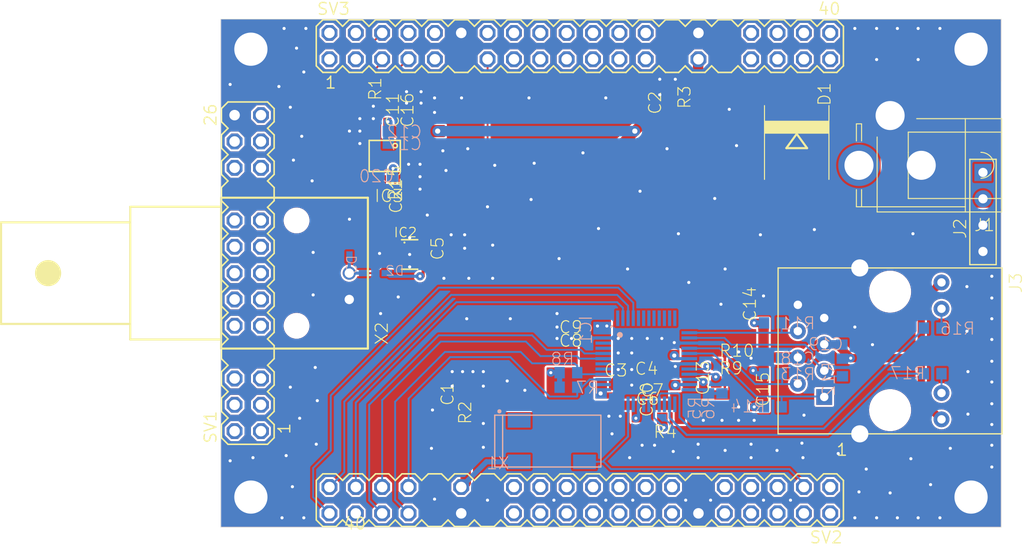
<source format=kicad_pcb>
(kicad_pcb (version 20221018) (generator pcbnew)
  (layers (0 "F.Cu" signal) (31 "B.Cu" signal) (34 "B.Paste" user) (35 "F.Paste" user) (36 "B.SilkS" user "B.Silkscreen") (37 "F.SilkS" user "F.Silkscreen") (38 "B.Mask" user) (39 "F.Mask" user) (44 "Edge.Cuts" user))
  (net 0 "")
  (net 1 "GND")
  (net 2 "OSCIN")
  (net 3 "3V3")
  (net 4 "MDC")
  (net 5 "MDIO")
  (net 6 "RST_N")
  (net 7 "LED_LINK")
  (net 8 "LED_ACT")
  (net 9 "N$4")
  (net 10 "N$6")
  (net 11 "TX_EN")
  (net 12 "TXD_0")
  (net 13 "TXD_1")
  (net 14 "RXD_0")
  (net 15 "RXD_1")
  (net 16 "RX_DV")
  (net 17 "CRS_DV")
  (net 18 "N$3")
  (net 19 "N$5")
  (net 20 "PFB")
  (net 21 "N$9")
  (net 22 "TX+")
  (net 23 "TX-")
  (net 24 "RX+")
  (net 25 "RX-")
  (net 26 "SIG_IN")
  (net 27 "RAW_3V3")
  (net 28 "VCC_SYS")
  (net 29 "3V3_A")
  (net 30 "N$1")
  (net 31 "THR_LVL")
  (net 32 "COM_OUT")
  (net 33 "V_RAW")
  (net 34 "VLOGIC")
  (net 35 "N$8")
  (net 36 "DAC_SDI")
  (net 37 "DAC_NCS")
  (net 38 "DAC_CLK")
  (net 39 "N$13")
  (footprint "de0-nano_RMII:C0603" (layer "F.Cu") (at 130.2011 90.4036 90)
    (fp_text reference "C16")
    (fp_text value "100nF")
  )
  (footprint "de0-nano_RMII:MA20-2_ALT" (layer "F.Cu") (at 145.5011 83.1036)
    (fp_text reference "SV3")
    (fp_text value "")
  )
  (footprint "de0-nano_RMII:C0603" (layer "F.Cu") (at 133.1011 103.2036 90)
    (fp_text reference "C5")
    (fp_text value "100nF")
  )
  (footprint "de0-nano_RMII:AMP_227161" (layer "F.Cu") (at 118.2011 105.0036 90)
    (fp_text reference "X2")
    (fp_text value "1-227161-2")
  )
  (footprint "de0-nano_RMII:C0603" (layer "F.Cu") (at 145.2011 108.9036 180)
    (fp_text reference "C9")
    (fp_text value "100nF")
  )
  (footprint "de0-nano_RMII:RJ45" (layer "F.Cu") (at 175.4011 112.5036)
    (fp_text reference "J3")
    (fp_text value "")
  )
  (footprint "de0-nano_RMII:R0603" (layer "F.Cu") (at 134.5011 120.3036 -90)
    (fp_text reference "R2")
    (fp_text value "BLM")
  )
  (footprint "de0-nano_RMII:C0603" (layer "F.Cu") (at 148.4011 115.7036)
    (fp_text reference "C3")
    (fp_text value "100nF")
  )
  (footprint "de0-nano_RMII:4P-65_35MIL" (layer "F.Cu") (at 184.3511 99.1036)
    (fp_text reference "J2")
    (fp_text value "")
  )
  (footprint "de0-nano_RMII:C0603" (layer "F.Cu") (at 129.1011 98.7036 90)
    (fp_text reference "C21")
    (fp_text value "100nF")
  )
  (footprint "de0-nano_RMII:C0603" (layer "F.Cu") (at 157.4011 117.5036 -90)
    (fp_text reference "C13")
    (fp_text value "100nF")
  )
  (footprint "de0-nano_RMII:C0603" (layer "F.Cu") (at 128.8011 90.4036 90)
    (fp_text reference "C11")
    (fp_text value "100nF")
  )
  (footprint "de0-nano_RMII:C0603" (layer "F.Cu") (at 152.5011 112.9036 180)
    (fp_text reference "C4")
    (fp_text value "100nF")
  )
  (footprint "de0-nano_RMII:TSOT23-6" (layer "F.Cu") (at 129.1011 103.2036 -90)
    (fp_text reference "IC2")
    (fp_text value "")
  )
  (footprint "de0-nano_RMII:C0603" (layer "F.Cu") (at 152.6011 115.8036 180)
    (fp_text reference "C6")
    (fp_text value "100nF")
  )
  (footprint "de0-nano_RMII:MA20-2_ALT" (layer "F.Cu") (at 145.5011 126.9036 180)
    (fp_text reference "SV2")
    (fp_text value "")
  )
  (footprint "de0-nano_RMII:R0603" (layer "F.Cu") (at 127.1011 87.8036 90)
    (fp_text reference "R1")
    (fp_text value "4k7")
  )
  (footprint "de0-nano_RMII:SPC4078" (layer "F.Cu") (at 175.4011 94.6036 180)
    (fp_text reference "J1")
    (fp_text value "")
  )
  (footprint "de0-nano_RMII:C0603" (layer "F.Cu") (at 163.2011 109.1036 90)
    (fp_text reference "C14")
    (fp_text value "100nF")
  )
  (footprint "de0-nano_RMII:R0603" (layer "F.Cu") (at 127.7011 98.7036 -90)
    (fp_text reference "R15")
    (fp_text value "51R")
  )
  (footprint "de0-nano_RMII:C0805" (layer "F.Cu") (at 154.7011 88.5036 90)
    (fp_text reference "C2")
    (fp_text value "10uF")
  )
  (footprint "de0-nano_RMII:MA13-2_ALT" (layer "F.Cu") (at 113.5011 105.0036 90)
    (fp_text reference "SV1")
    (fp_text value "")
  )
  (footprint "de0-nano_RMII:R0603" (layer "F.Cu") (at 159.5011 115.5036)
    (fp_text reference "R9")
    (fp_text value "2k 1%")
  )
  (footprint "de0-nano_RMII:C0603" (layer "F.Cu") (at 163.2011 118.6036 -90)
    (fp_text reference "C15")
    (fp_text value "100nF")
  )
  (footprint "de0-nano_RMII:C0603" (layer "F.Cu") (at 152.0011 119.6036 -90)
    (fp_text reference "C10")
    (fp_text value "100nF")
  )
  (footprint "de0-nano_RMII:R0603" (layer "F.Cu") (at 159.5011 113.8036)
    (fp_text reference "R10")
    (fp_text value "2k 1%")
  )
  (footprint "de0-nano_RMII:SMC" (layer "F.Cu") (at 166.4011 92.4036 -90)
    (fp_text reference "D1")
    (fp_text value "")
  )
  (footprint "de0-nano_RMII:SO10" (layer "F.Cu") (at 126.7011 93.7036 180)
    (fp_text reference "IC3")
    (fp_text value "AD5683")
  )
  (footprint "de0-nano_RMII:C0603" (layer "F.Cu") (at 145.2011 110.2036 180)
    (fp_text reference "C8")
    (fp_text value "100nF")
  )
  (footprint "de0-nano_RMII:C0805" (layer "F.Cu") (at 152.4011 114.3536 180)
    (fp_text reference "C7")
    (fp_text value "10uF")
  )
  (footprint "de0-nano_RMII:C0805" (layer "F.Cu") (at 134.7011 116.6036 90)
    (fp_text reference "C1")
    (fp_text value "10uF")
  )
  (footprint "de0-nano_RMII:R0603" (layer "F.Cu") (at 156.9011 88.6036 90)
    (fp_text reference "R3")
    (fp_text value "BLM")
  )
  (footprint "de0-nano_RMII:R0603" (layer "F.Cu") (at 154.3011 119.0036 180)
    (fp_text reference "R4")
    (fp_text value "4k7")
  )
  (footprint "de0-nano_RMII:R0603" (layer "B.Cu") (at 179.5011 114.7036)
    (fp_text reference "R17")
    (fp_text value "330R")
  )
  (footprint "de0-nano_RMII:C0603" (layer "B.Cu") (at 164.1011 113.2036 180)
    (fp_text reference "C18")
    (fp_text value "100nF")
  )
  (footprint "de0-nano_RMII:R0603" (layer "B.Cu") (at 144.4011 116.0036 180)
    (fp_text reference "R7")
    (fp_text value "2k 1%")
  )
  (footprint "de0-nano_RMII:R0603" (layer "B.Cu") (at 157.9011 117.4536 -90)
    (fp_text reference "R5")
    (fp_text value "12k 1%")
  )
  (footprint "de0-nano_RMII:R0603" (layer "B.Cu") (at 164.1011 109.8036 180)
    (fp_text reference "R11")
    (fp_text value "51R")
  )
  (footprint "de0-nano_RMII:7.5X5-4-PAD" (layer "B.Cu") (at 142.8011 121.2036)
    (fp_text reference "X1")
    (fp_text value "CRYSTALS-GND-LID12SMX-B-4-PAD")
  )
  (footprint "de0-nano_RMII:LQFP48" (layer "B.Cu") (at 151.9011 113.5036 -90)
    (fp_text reference "IC1")
    (fp_text value "DP83848")
  )
  (footprint "de0-nano_RMII:C0603" (layer "B.Cu") (at 126.2011 91.3036 180)
    (fp_text reference "C12")
    (fp_text value "100nF")
  )
  (footprint "de0-nano_RMII:R0603" (layer "B.Cu") (at 179.5011 110.3036 180)
    (fp_text reference "R16")
    (fp_text value "330R")
  )
  (footprint "de0-nano_RMII:SOD323" (layer "B.Cu") (at 125.8011 105.0036 180)
    (fp_text reference "D2")
    (fp_text value "")
  )
  (footprint "de0-nano_RMII:C0603" (layer "B.Cu") (at 126.2011 92.5036 180)
    (fp_text reference "C17")
    (fp_text value "100nF")
  )
  (footprint "de0-nano_RMII:C0603" (layer "B.Cu") (at 128.3011 95.7036)
    (fp_text reference "C20")
    (fp_text value "100nF")
  )
  (footprint "de0-nano_RMII:R0603" (layer "B.Cu") (at 159.2011 117.4536 -90)
    (fp_text reference "R6")
    (fp_text value "8k2 1%")
  )
  (footprint "de0-nano_RMII:R0603" (layer "B.Cu") (at 164.1011 117.9036)
    (fp_text reference "R14")
    (fp_text value "51R")
  )
  (footprint "de0-nano_RMII:SOD323" (layer "B.Cu") (at 123.3011 102.3036 90)
    (fp_text reference "D3")
    (fp_text value "")
  )
  (footprint "de0-nano_RMII:C0603" (layer "B.Cu") (at 171.6011 111.9036)
    (fp_text reference "C19")
    (fp_text value "100nF")
  )
  (footprint "de0-nano_RMII:R0603" (layer "B.Cu") (at 144.4011 114.6036 180)
    (fp_text reference "R8")
    (fp_text value "2k 1%")
  )
  (footprint "de0-nano_RMII:R0603" (layer "B.Cu") (at 164.1011 114.7036 180)
    (fp_text reference "R13")
    (fp_text value "51R")
  )
  (footprint "de0-nano_RMII:R0603" (layer "B.Cu") (at 170.8011 114.1036 -90)
    (fp_text reference "R12")
    (fp_text value "51R")
  )
  (gr_line (start 186.1011 129.5036) (end 186.1011 80.5036) (stroke (width 0.05)) (layer "Edge.Cuts"))
  (gr_line (start 110.9011 129.5036) (end 186.1011 129.5036) (stroke (width 0.05)) (layer "Edge.Cuts"))
  (gr_line (start 186.1011 80.5036) (end 110.9011 80.5036) (stroke (width 0.05)) (layer "Edge.Cuts"))
  (gr_line (start 110.9011 80.5036) (end 110.9011 129.5036) (stroke (width 0.05)) (layer "Edge.Cuts"))
  (via (at 138.5011 115.4036) (size 0.8) (drill 0.3) (layers "F.Cu" "B.Cu") (net 1))
  (via (at 182.9011 118.6036) (size 0.8) (drill 0.3) (layers "F.Cu" "B.Cu") (net 1))
  (via (at 185.2011 117.6036) (size 0.8) (drill 0.3) (layers "F.Cu" "B.Cu") (net 1))
  (via (at 120.0011 114.1036) (size 0.8) (drill 0.3) (layers "F.Cu" "B.Cu") (net 1))
  (via (at 185.2011 123.7036) (size 0.8) (drill 0.3) (layers "F.Cu" "B.Cu") (net 1))
  (via (at 135.2011 114.5036) (size 0.8) (drill 0.3) (layers "F.Cu" "B.Cu") (net 1))
  (via (at 155.7011 126.9036) (size 0.8) (drill 0.3) (layers "F.Cu" "B.Cu") (net 1))
  (via (at 128.0011 107.3036) (size 0.8) (drill 0.3) (layers "F.Cu" "B.Cu") (net 1))
  (via (at 151.5011 121.6036) (size 0.8) (drill 0.3) (layers "F.Cu" "B.Cu") (net 1))
  (via (at 183.2011 83.4036) (size 5) (drill 3.2) (layers "F.Cu" "B.Cu") (net 1))
  (via (at 148.0011 126.9036) (size 0.8) (drill 0.3) (layers "F.Cu" "B.Cu") (net 1))
  (via (at 156.9011 121.5036) (size 0.8) (drill 0.3) (layers "F.Cu" "B.Cu") (net 1))
  (via (at 154.7011 114.0036) (size 0.8) (drill 0.3) (layers "F.Cu" "B.Cu") (net 1))
  (via (at 160.8011 112.6036) (size 0.8) (drill 0.3) (layers "F.Cu" "B.Cu") (net 1))
  (via (at 177.4011 122.9036) (size 0.8) (drill 0.3) (layers "F.Cu" "B.Cu") (net 1))
  (via (at 147.3011 100.7036) (size 0.8) (drill 0.3) (layers "F.Cu" "B.Cu") (net 1))
  (via (at 185.2011 109.4036) (size 0.8) (drill 0.3) (layers "F.Cu" "B.Cu") (net 1))
  (via (at 125.6011 90.1036) (size 0.8) (drill 0.3) (layers "F.Cu" "B.Cu") (net 1))
  (via (at 158.1011 126.9036) (size 0.8) (drill 0.3) (layers "F.Cu" "B.Cu") (net 1))
  (via (at 185.2011 113.5036) (size 0.8) (drill 0.3) (layers "F.Cu" "B.Cu") (net 1))
  (via (at 133.1011 101.3036) (size 0.8) (drill 0.3) (layers "F.Cu" "B.Cu") (net 1))
  (via (at 160.6011 92.7036) (size 0.8) (drill 0.3) (layers "F.Cu" "B.Cu") (net 1))
  (via (at 185.2011 111.4036) (size 0.8) (drill 0.3) (layers "F.Cu" "B.Cu") (net 1))
  (via (at 136.2011 119.5036) (size 0.8) (drill 0.3) (layers "F.Cu" "B.Cu") (net 1))
  (via (at 119.1011 81.4036) (size 0.8) (drill 0.3) (layers "F.Cu" "B.Cu") (net 1))
  (via (at 132.4011 105.5036) (size 0.8) (drill 0.3) (layers "F.Cu" "B.Cu") (net 1))
  (via (at 182.8011 106.3036) (size 0.8) (drill 0.3) (layers "F.Cu" "B.Cu") (net 1))
  (via (at 178.1011 128.6036) (size 0.8) (drill 0.3) (layers "F.Cu" "B.Cu") (net 1))
  (via (at 119.8011 107.1036) (size 0.8) (drill 0.3) (layers "F.Cu" "B.Cu") (net 1))
  (via (at 162.0011 121.5036) (size 0.8) (drill 0.3) (layers "F.Cu" "B.Cu") (net 1))
  (via (at 182.8011 110.6036) (size 0.8) (drill 0.3) (layers "F.Cu" "B.Cu") (net 1))
  (via (at 132.3011 93.2036) (size 0.8) (drill 0.3) (layers "F.Cu" "B.Cu") (net 1))
  (via (at 125.6011 88.9036) (size 0.8) (drill 0.3) (layers "F.Cu" "B.Cu") (net 1))
  (via (at 129.1011 103.2036) (size 0.8) (drill 0.3) (layers "F.Cu" "B.Cu") (net 1))
  (via (at 156.0011 105.9036) (size 0.8) (drill 0.3) (layers "F.Cu" "B.Cu") (net 1))
  (via (at 123.3011 91.3036) (size 0.8) (drill 0.3) (layers "F.Cu" "B.Cu") (net 1))
  (via (at 143.3011 110.2036) (size 0.8) (drill 0.3) (layers "F.Cu" "B.Cu") (net 1))
  (via (at 159.9011 89.2036) (size 0.8) (drill 0.3) (layers "F.Cu" "B.Cu") (net 1))
  (via (at 160.8011 119.2036) (size 0.8) (drill 0.3) (layers "F.Cu" "B.Cu") (net 1))
  (via (at 173.1011 123.9036) (size 0.8) (drill 0.3) (layers "F.Cu" "B.Cu") (net 1))
  (via (at 153.4011 111.3036) (size 0.8) (drill 0.3) (layers "F.Cu" "B.Cu") (net 1))
  (via (at 150.3011 122.8036) (size 0.8) (drill 0.3) (layers "F.Cu" "B.Cu") (net 1))
  (via (at 136.2011 115.9036) (size 0.8) (drill 0.3) (layers "F.Cu" "B.Cu") (net 1))
  (via (at 182.9011 114.5036) (size 0.8) (drill 0.3) (layers "F.Cu" "B.Cu") (net 1))
  (via (at 185.2011 119.6036) (size 0.8) (drill 0.3) (layers "F.Cu" "B.Cu") (net 1))
  (via (at 180.2011 128.6036) (size 0.8) (drill 0.3) (layers "F.Cu" "B.Cu") (net 1))
  (via (at 134.1011 88.1036) (size 0.8) (drill 0.3) (layers "F.Cu" "B.Cu") (net 1))
  (via (at 136.2011 114.5036) (size 0.8) (drill 0.3) (layers "F.Cu" "B.Cu") (net 1))
  (via (at 130.8011 99.4036) (size 0.8) (drill 0.3) (layers "F.Cu" "B.Cu") (net 1))
  (via (at 158.5011 97.8036) (size 0.8) (drill 0.3) (layers "F.Cu" "B.Cu") (net 1))
  (via (at 141.1011 94.4036) (size 0.8) (drill 0.3) (layers "F.Cu" "B.Cu") (net 1))
  (via (at 134.4011 102.6036) (size 0.8) (drill 0.3) (layers "F.Cu" "B.Cu") (net 1))
  (via (at 124.3011 92.5036) (size 0.8) (drill 0.3) (layers "F.Cu" "B.Cu") (net 1))
  (via (at 128.8011 87.5036) (size 0.8) (drill 0.3) (layers "F.Cu" "B.Cu") (net 1))
  (via (at 154.5011 122.2036) (size 0.8) (drill 0.3) (layers "F.Cu" "B.Cu") (net 1))
  (via (at 179.3011 125.4036) (size 0.8) (drill 0.3) (layers "F.Cu" "B.Cu") (net 1))
  (via (at 129.1011 104.4036) (size 0.8) (drill 0.3) (layers "F.Cu" "B.Cu") (net 1))
  (via (at 131.2011 121.9036) (size 0.8) (drill 0.3) (layers "F.Cu" "B.Cu") (net 1))
  (via (at 164.5011 122.1036) (size 0.8) (drill 0.3) (layers "F.Cu" "B.Cu") (net 1))
  (via (at 113.8011 83.4036) (size 5) (drill 3.2) (layers "F.Cu" "B.Cu") (net 1))
  (via (at 134.4011 101.3036) (size 0.8) (drill 0.3) (layers "F.Cu" "B.Cu") (net 1))
  (via (at 131.5011 89.5036) (size 0.8) (drill 0.3) (layers "F.Cu" "B.Cu") (net 1))
  (via (at 116.5011 87.0036) (size 0.8) (drill 0.3) (layers "F.Cu" "B.Cu") (net 1))
  (via (at 130.1011 96.9036) (size 0.8) (drill 0.3) (layers "F.Cu" "B.Cu") (net 1))
  (via (at 118.5011 119.0036) (size 0.8) (drill 0.3) (layers "F.Cu" "B.Cu") (net 1))
  (via (at 150.5011 115.8036) (size 0.8) (drill 0.3) (layers "F.Cu" "B.Cu") (net 1))
  (via (at 129.1011 101.6036) (size 0.8) (drill 0.3) (layers "F.Cu" "B.Cu") (net 1))
  (via (at 172.4011 126.1036) (size 0.8) (drill 0.3) (layers "F.Cu" "B.Cu") (net 1))
  (via (at 119.7011 96.1036) (size 0.8) (drill 0.3) (layers "F.Cu" "B.Cu") (net 1))
  (via (at 149.2011 112.7036) (size 0.8) (drill 0.3) (layers "F.Cu" "B.Cu") (net 1))
  (via (at 132.6011 95.1036) (size 0.8) (drill 0.3) (layers "F.Cu" "B.Cu") (net 1))
  (via (at 185.2011 107.4036) (size 0.8) (drill 0.3) (layers "F.Cu" "B.Cu") (net 1))
  (via (at 126.3011 108.9036) (size 0.8) (drill 0.3) (layers "F.Cu" "B.Cu") (net 1))
  (via (at 167.1011 118.7036) (size 0.8) (drill 0.3) (layers "F.Cu" "B.Cu") (net 1))
  (via (at 128.8011 88.6036) (size 0.8) (drill 0.3) (layers "F.Cu" "B.Cu") (net 1))
  (via (at 131.3011 118.2036) (size 0.8) (drill 0.3) (layers "F.Cu" "B.Cu") (net 1))
  (via (at 172.0011 110.2036) (size 0.8) (drill 0.3) (layers "F.Cu" "B.Cu") (net 1))
  (via (at 150.1011 104.6036) (size 0.8) (drill 0.3) (layers "F.Cu" "B.Cu") (net 1))
  (via (at 156.9011 122.8036) (size 0.8) (drill 0.3) (layers "F.Cu" "B.Cu") (net 1))
  (via (at 162.0011 113.2036) (size 0.8) (drill 0.3) (layers "F.Cu" "B.Cu") (net 1))
  (via (at 153.2011 86.3036) (size 0.8) (drill 0.3) (layers "F.Cu" "B.Cu") (net 1))
  (via (at 133.2011 115.9036) (size 0.8) (drill 0.3) (layers "F.Cu" "B.Cu") (net 1))
  (via (at 162.3011 119.2036) (size 0.8) (drill 0.3) (layers "F.Cu" "B.Cu") (net 1))
  (via (at 152.0011 111.3036) (size 0.8) (drill 0.3) (layers "F.Cu" "B.Cu") (net 1))
  (via (at 134.8011 105.5036) (size 0.8) (drill 0.3) (layers "F.Cu" "B.Cu") (net 1))
  (via (at 155.0011 101.2036) (size 0.8) (drill 0.3) (layers "F.Cu" "B.Cu") (net 1))
  (via (at 172.0011 128.6036) (size 0.8) (drill 0.3) (layers "F.Cu" "B.Cu") (net 1))
  (via (at 173.7011 111.9036) (size 0.8) (drill 0.3) (layers "F.Cu" "B.Cu") (net 1))
  (via (at 167.0011 122.8036) (size 0.8) (drill 0.3) (layers "F.Cu" "B.Cu") (net 1))
  (via (at 172.0011 81.4036) (size 0.8) (drill 0.3) (layers "F.Cu" "B.Cu") (net 1))
  (via (at 123.3011 99.8036) (size 0.8) (drill 0.3) (layers "F.Cu" "B.Cu") (net 1))
  (via (at 131.5011 126.8036) (size 0.8) (drill 0.3) (layers "F.Cu" "B.Cu") (net 1))
  (via (at 117.0011 81.4036) (size 0.8) (drill 0.3) (layers "F.Cu" "B.Cu") (net 1))
  (via (at 163.2011 107.2036) (size 0.8) (drill 0.3) (layers "F.Cu" "B.Cu") (net 1))
  (via (at 145.8011 93.4036) (size 0.8) (drill 0.3) (layers "F.Cu" "B.Cu") (net 1))
  (via (at 134.2011 114.5036) (size 0.8) (drill 0.3) (layers "F.Cu" "B.Cu") (net 1))
  (via (at 130.2011 88.6036) (size 0.8) (drill 0.3) (layers "F.Cu" "B.Cu") (net 1))
  (via (at 185.2011 121.6036) (size 0.8) (drill 0.3) (layers "F.Cu" "B.Cu") (net 1))
  (via (at 140.8011 97.9036) (size 0.8) (drill 0.3) (layers "F.Cu" "B.Cu") (net 1))
  (via (at 143.3011 108.9036) (size 0.8) (drill 0.3) (layers "F.Cu" "B.Cu") (net 1))
  (via (at 118.9011 128.6036) (size 0.8) (drill 0.3) (layers "F.Cu" "B.Cu") (net 1))
  (via (at 134.7011 93.0036) (size 0.8) (drill 0.3) (layers "F.Cu" "B.Cu") (net 1))
  (via (at 133.2011 114.5036) (size 0.8) (drill 0.3) (layers "F.Cu" "B.Cu") (net 1))
  (via (at 185.2011 105.3036) (size 0.8) (drill 0.3) (layers "F.Cu" "B.Cu") (net 1))
  (via (at 113.8011 126.6036) (size 5) (drill 3.2) (layers "F.Cu" "B.Cu") (net 1))
  (via (at 153.2011 87.8036) (size 0.8) (drill 0.3) (layers "F.Cu" "B.Cu") (net 1))
  (via (at 165.8011 126.9036) (size 0.8) (drill 0.3) (layers "F.Cu" "B.Cu") (net 1))
  (via (at 150.5011 112.7036) (size 0.8) (drill 0.3) (layers "F.Cu" "B.Cu") (net 1))
  (via (at 162.9011 101.3036) (size 0.8) (drill 0.3) (layers "F.Cu" "B.Cu") (net 1))
  (via (at 178.1011 84.4036) (size 0.8) (drill 0.3) (layers "F.Cu" "B.Cu") (net 1))
  (via (at 118.2011 83.3036) (size 0.8) (drill 0.3) (layers "F.Cu" "B.Cu") (net 1))
  (via (at 170.4011 122.4036) (size 0.8) (drill 0.3) (layers "F.Cu" "B.Cu") (net 1))
  (via (at 150.5011 111.3036) (size 0.8) (drill 0.3) (layers "F.Cu" "B.Cu") (net 1))
  (via (at 174.1011 128.6036) (size 0.8) (drill 0.3) (layers "F.Cu" "B.Cu") (net 1))
  (via (at 126.2011 103.1036) (size 0.8) (drill 0.3) (layers "F.Cu" "B.Cu") (net 1))
  (via (at 131.5011 88.1036) (size 0.8) (drill 0.3) (layers "F.Cu" "B.Cu") (net 1))
  (via (at 124.3011 91.3036) (size 0.8) (drill 0.3) (layers "F.Cu" "B.Cu") (net 1))
  (via (at 177.6011 101.2036) (size 0.8) (drill 0.3) (layers "F.Cu" "B.Cu") (net 1))
  (via (at 124.3011 90.1036) (size 0.8) (drill 0.3) (layers "F.Cu" "B.Cu") (net 1))
  (via (at 183.2011 126.6036) (size 5) (drill 3.2) (layers "F.Cu" "B.Cu") (net 1))
  (via (at 137.1011 102.3036) (size 0.8) (drill 0.3) (layers "F.Cu" "B.Cu") (net 1))
  (via (at 157.4011 119.2036) (size 0.8) (drill 0.3) (layers "F.Cu" "B.Cu") (net 1))
  (via (at 111.8011 123.1036) (size 0.8) (drill 0.3) (layers "F.Cu" "B.Cu") (net 1))
  (via (at 117.9011 94.1036) (size 0.8) (drill 0.3) (layers "F.Cu" "B.Cu") (net 1))
  (via (at 150.5011 114.3036) (size 0.8) (drill 0.3) (layers "F.Cu" "B.Cu") (net 1))
  (via (at 136.6011 126.9036) (size 0.8) (drill 0.3) (layers "F.Cu" "B.Cu") (net 1))
  (via (at 148.6011 120.5036) (size 0.8) (drill 0.3) (layers "F.Cu" "B.Cu") (net 1))
  (via (at 143.5011 103.6036) (size 0.8) (drill 0.3) (layers "F.Cu" "B.Cu") (net 1))
  (via (at 143.3011 111.3036) (size 0.8) (drill 0.3) (layers "F.Cu" "B.Cu") (net 1))
  (via (at 178.1011 81.4036) (size 0.8) (drill 0.3) (layers "F.Cu" "B.Cu") (net 1))
  (via (at 137.1011 105.5036) (size 0.8) (drill 0.3) (layers "F.Cu" "B.Cu") (net 1))
  (via (at 117.6011 89.0036) (size 0.8) (drill 0.3) (layers "F.Cu" "B.Cu") (net 1))
  (via (at 148.3011 118.8036) (size 0.8) (drill 0.3) (layers "F.Cu" "B.Cu") (net 1))
  (via (at 150.6011 126.9036) (size 0.8) (drill 0.3) (layers "F.Cu" "B.Cu") (net 1))
  (via (at 159.2011 119.2036) (size 0.8) (drill 0.3) (layers "F.Cu" "B.Cu") (net 1))
  (via (at 129.0011 94.5036) (size 0.8) (drill 0.3) (layers "F.Cu" "B.Cu") (net 1))
  (via (at 117.6011 116.0036) (size 0.8) (drill 0.3) (layers "F.Cu" "B.Cu") (net 1))
  (via (at 120.2011 117.3036) (size 0.8) (drill 0.3) (layers "F.Cu" "B.Cu") (net 1))
  (via (at 149.2011 114.3036) (size 0.8) (drill 0.3) (layers "F.Cu" "B.Cu") (net 1))
  (via (at 176.1011 128.6036) (size 0.8) (drill 0.3) (layers "F.Cu" "B.Cu") (net 1))
  (via (at 140.2011 116.3036) (size 0.8) (drill 0.3) (layers "F.Cu" "B.Cu") (net 1))
  (via (at 140.6011 88.1036) (size 0.8) (drill 0.3) (layers "F.Cu" "B.Cu") (net 1))
  (via (at 159.1011 108.0036) (size 0.8) (drill 0.3) (layers "F.Cu" "B.Cu") (net 1))
  (via (at 168.1011 100.8036) (size 0.8) (drill 0.3) (layers "F.Cu" "B.Cu") (net 1))
  (via (at 111.8011 86.8036) (size 0.8) (drill 0.3) (layers "F.Cu" "B.Cu") (net 1))
  (via (at 138.8011 109.4036) (size 0.8) (drill 0.3) (layers "F.Cu" "B.Cu") (net 1))
  (via (at 159.5011 122.1036) (size 0.8) (drill 0.3) (layers "F.Cu" "B.Cu") (net 1))
  (via (at 175.4011 126.2036) (size 0.8) (drill 0.3) (layers "F.Cu" "B.Cu") (net 1))
  (via (at 166.9011 121.4036) (size 0.8) (drill 0.3) (layers "F.Cu" "B.Cu") (net 1))
  (via (at 134.6011 109.4036) (size 0.8) (drill 0.3) (layers "F.Cu" "B.Cu") (net 1))
  (via (at 160.8011 117.9036) (size 0.8) (drill 0.3) (layers "F.Cu" "B.Cu") (net 1))
  (via (at 118.7011 91.8036) (size 0.8) (drill 0.3) (layers "F.Cu" "B.Cu") (net 1))
  (via (at 120.1011 121.5036) (size 0.8) (drill 0.3) (layers "F.Cu" "B.Cu") (net 1))
  (via (at 174.1011 81.4036) (size 0.8) (drill 0.3) (layers "F.Cu" "B.Cu") (net 1))
  (via (at 154.7011 86.3036) (size 0.8) (drill 0.3) (layers "F.Cu" "B.Cu") (net 1))
  (via (at 180.2011 81.4036) (size 0.8) (drill 0.3) (layers "F.Cu" "B.Cu") (net 1))
  (via (at 176.1011 81.4036) (size 0.8) (drill 0.3) (layers "F.Cu" "B.Cu") (net 1))
  (via (at 154.6011 111.7036) (size 0.8) (drill 0.3) (layers "F.Cu" "B.Cu") (net 1))
  (via (at 162.0011 122.8036) (size 0.8) (drill 0.3) (layers "F.Cu" "B.Cu") (net 1))
  (via (at 181.2011 121.9036) (size 0.8) (drill 0.3) (layers "F.Cu" "B.Cu") (net 1))
  (via (at 130.1011 95.7036) (size 0.8) (drill 0.3) (layers "F.Cu" "B.Cu") (net 1))
  (via (at 117.8011 125.6036) (size 0.8) (drill 0.3) (layers "F.Cu" "B.Cu") (net 1))
  (via (at 136.6011 98.6036) (size 0.8) (drill 0.3) (layers "F.Cu" "B.Cu") (net 1))
  (via (at 144.7011 111.3036) (size 0.8) (drill 0.3) (layers "F.Cu" "B.Cu") (net 1))
  (via (at 163.2011 126.9036) (size 0.8) (drill 0.3) (layers "F.Cu" "B.Cu") (net 1))
  (via (at 130.1011 94.5036) (size 0.8) (drill 0.3) (layers "F.Cu" "B.Cu") (net 1))
  (via (at 136.2011 121.8036) (size 0.8) (drill 0.3) (layers "F.Cu" "B.Cu") (net 1))
  (via (at 174.1011 84.4036) (size 0.8) (drill 0.3) (layers "F.Cu" "B.Cu") (net 1))
  (via (at 149.4011 118.8036) (size 0.8) (drill 0.3) (layers "F.Cu" "B.Cu") (net 1))
  (via (at 153.9011 93.0036) (size 0.8) (drill 0.3) (layers "F.Cu" "B.Cu") (net 1))
  (via (at 114.0011 122.8036) (size 0.8) (drill 0.3) (layers "F.Cu" "B.Cu") (net 1))
  (via (at 159.5011 104.6036) (size 0.8) (drill 0.3) (layers "F.Cu" "B.Cu") (net 1))
  (via (at 151.3011 97.1036) (size 0.8) (drill 0.3) (layers "F.Cu" "B.Cu") (net 1))
  (via (at 117.2011 122.6036) (size 0.8) (drill 0.3) (layers "F.Cu" "B.Cu") (net 1))
  (via (at 152.7011 121.6036) (size 0.8) (drill 0.3) (layers "F.Cu" "B.Cu") (net 1))
  (via (at 143.0011 126.9036) (size 0.8) (drill 0.3) (layers "F.Cu" "B.Cu") (net 1))
  (via (at 119.8011 103.0036) (size 0.8) (drill 0.3) (layers "F.Cu" "B.Cu") (net 1))
  (via (at 118.9011 85.6036) (size 0.8) (drill 0.3) (layers "F.Cu" "B.Cu") (net 1))
  (via (at 130.2011 87.5036) (size 0.8) (drill 0.3) (layers "F.Cu" "B.Cu") (net 1))
  (via (at 185.2011 115.5036) (size 0.8) (drill 0.3) (layers "F.Cu" "B.Cu") (net 1))
  (via (at 137.3011 94.6036) (size 0.8) (drill 0.3) (layers "F.Cu" "B.Cu") (net 1))
  (via (at 149.2011 111.3036) (size 0.8) (drill 0.3) (layers "F.Cu" "B.Cu") (net 1))
  (via (at 148.0011 88.1036) (size 0.8) (drill 0.3) (layers "F.Cu" "B.Cu") (net 1))
  (via (at 116.8011 128.6036) (size 0.8) (drill 0.3) (layers "F.Cu" "B.Cu") (net 1))
  (segment (start 147.7511 123.1536) (end 150.1511 120.7536) (width 0.18) (layer "B.Cu") (net 2))
  (segment (start 165.7011 123.9036) (end 148.5011 123.9036) (width 0.18) (layer "B.Cu") (net 2))
  (segment (start 147.7011 123.2036) (end 147.7511 123.1536) (width 0.18) (layer "B.Cu") (net 2))
  (segment (start 145.9511 123.2036) (end 147.7011 123.2036) (width 0.18) (layer "B.Cu") (net 2))
  (segment (start 148.5011 123.9036) (end 147.7511 123.1536) (width 0.18) (layer "B.Cu") (net 2))
  (segment (start 167.0911 125.6336) (end 167.0911 125.2936) (width 0.18) (layer "B.Cu") (net 2))
  (segment (start 150.1511 117.6536) (end 150.1511 120.7536) (width 0.18) (layer "B.Cu") (net 2))
  (segment (start 167.0911 125.2936) (end 165.7011 123.9036) (width 0.18) (layer "B.Cu") (net 2))
  (segment (start 179.9011 106.3036) (end 180.0501 106.2036) (width 0.8) (layer "F.Cu") (net 3))
  (segment (start 163.2011 114.4036) (end 162.2011 114.4036) (width 0.8) (layer "F.Cu") (net 3))
  (segment (start 178.4011 113.0036) (end 178.2011 113.2036) (width 0.7) (layer "F.Cu") (net 3))
  (segment (start 168.5011 111.9036) (end 169.0161 111.9036) (width 1) (layer "F.Cu") (net 3))
  (segment (start 166.4761 113.1036) (end 166.5111 113.1386) (width 0.5) (layer "F.Cu") (net 3))
  (segment (start 167.2661 113.1386) (end 168.5011 111.9036) (width 1) (layer "F.Cu") (net 3))
  (segment (start 166.5111 113.1386) (end 163.2661 113.1386) (width 1) (layer "F.Cu") (net 3))
  (segment (start 163.2661 113.1386) (end 163.2011 113.2036) (width 1) (layer "F.Cu") (net 3))
  (segment (start 180.3541 119.1076) (end 180.3051 119.1076) (width 0.8) (layer "F.Cu") (net 3))
  (segment (start 169.0161 111.9036) (end 169.0511 111.8686) (width 1) (layer "F.Cu") (net 3))
  (segment (start 163.0511 109.8036) (end 163.2011 109.9536) (width 0.8) (layer "F.Cu") (net 3))
  (segment (start 178.4011 113.0036) (end 178.4011 107.8036) (width 0.7) (layer "F.Cu") (net 3))
  (segment (start 169.0511 111.8686) (end 170.2661 111.8686) (width 0.8) (layer "F.Cu") (net 3))
  (segment (start 171.6011 113.2036) (end 178.2011 113.2036) (width 0.8) (layer "F.Cu") (net 3))
  (segment (start 178.4011 117.2036) (end 178.4011 113.0036) (width 0.7) (layer "F.Cu") (net 3))
  (segment (start 162.3011 109.8036) (end 163.0511 109.8036) (width 0.8) (layer "F.Cu") (net 3))
  (segment (start 180.3051 119.1076) (end 178.4011 117.2036) (width 0.7) (layer "F.Cu") (net 3))
  (segment (start 163.2011 113.2036) (end 163.2011 114.4036) (width 1) (layer "F.Cu") (net 3))
  (segment (start 178.4011 107.8036) (end 179.9011 106.3036) (width 0.7) (layer "F.Cu") (net 3))
  (segment (start 155.1511 119.0036) (end 155.1511 117.6536) (width 1) (layer "F.Cu") (net 3))
  (segment (start 134.5011 119.4536) (end 134.5011 117.7536) (width 1) (layer "F.Cu") (net 3))
  (segment (start 170.2661 111.8686) (end 171.6011 113.2036) (width 0.8) (layer "F.Cu") (net 3))
  (segment (start 163.2011 113.2036) (end 163.2011 109.9536) (width 1) (layer "F.Cu") (net 3))
  (segment (start 155.1511 117.6536) (end 155.1011 117.6036) (width 1) (layer "F.Cu") (net 3))
  (segment (start 166.5111 113.1386) (end 167.2661 113.1386) (width 1) (layer "F.Cu") (net 3))
  (segment (start 134.5011 117.7536) (end 134.7011 117.5536) (width 0.18) (layer "F.Cu") (net 3))
  (segment (start 180.0501 106.2036) (end 180.3541 105.8996) (width 0.8) (layer "F.Cu") (net 3))
  (segment (start 157.4011 116.6536) (end 157.4011 115.5036) (width 0.8) (layer "F.Cu") (net 3))
  (via (at 162.3011 109.8036) (size 0.8) (drill 0.3) (layers "F.Cu" "B.Cu") (net 3))
  (via (at 148.1011 110.1036) (size 0.8) (drill 0.3) (layers "F.Cu" "B.Cu") (net 3))
  (via (at 142.7011 114.6036) (size 0.8) (drill 0.3) (layers "F.Cu" "B.Cu") (net 3))
  (via (at 162.2011 114.4036) (size 0.8) (drill 0.3) (layers "F.Cu" "B.Cu") (net 3))
  (via (at 157.4011 115.5036) (size 0.8) (drill 0.3) (layers "F.Cu" "B.Cu") (net 3))
  (via (at 147.2011 110.1036) (size 0.8) (drill 0.3) (layers "F.Cu" "B.Cu") (net 3))
  (via (at 150.9011 119.0036) (size 0.8) (drill 0.3) (layers "F.Cu" "B.Cu") (net 3))
  (via (at 162.3011 117.9036) (size 0.8) (drill 0.3) (layers "F.Cu" "B.Cu") (net 3))
  (via (at 171.6011 113.2036) (size 0.8) (drill 0.3) (layers "F.Cu" "B.Cu") (net 3))
  (segment (start 162.5011 114.7036) (end 162.2011 114.4036) (width 0.5) (layer "B.Cu") (net 3))
  (segment (start 157.3511 115.2536) (end 157.4011 115.5036) (width 0.3) (layer "B.Cu") (net 3))
  (segment (start 166.4461 113.2036) (end 166.5111 113.1386) (width 0.18) (layer "B.Cu") (net 3))
  (segment (start 164.9511 113.2036) (end 166.4461 113.2036) (width 0.8) (layer "B.Cu") (net 3))
  (segment (start 143.5511 116.0036) (end 143.5511 114.6036) (width 0.5) (layer "B.Cu") (net 3))
  (segment (start 170.8511 113.2036) (end 171.6011 113.2036) (width 0.8) (layer "B.Cu") (net 3))
  (segment (start 151.1511 117.6536) (end 151.1511 118.9536) (width 0.3) (layer "B.Cu") (net 3))
  (segment (start 156.0511 115.2536) (end 157.3511 115.2536) (width 0.3) (layer "B.Cu") (net 3))
  (segment (start 162.3011 117.9036) (end 163.2511 117.9036) (width 0.8) (layer "B.Cu") (net 3))
  (segment (start 170.8011 113.2536) (end 170.8011 113.2536) (width 0.8) (layer "B.Cu") (net 3))
  (segment (start 170.7161 111.8686) (end 170.7511 111.9036) (width 0.18) (layer "B.Cu") (net 3))
  (segment (start 163.2511 114.7036) (end 162.5011 114.7036) (width 0.5) (layer "B.Cu") (net 3))
  (segment (start 169.0511 111.8686) (end 170.7161 111.8686) (width 0.8) (layer "B.Cu") (net 3))
  (segment (start 143.5511 114.6036) (end 142.7011 114.6036) (width 0.5) (layer "B.Cu") (net 3))
  (segment (start 170.8011 113.2536) (end 170.8511 113.2036) (width 0.8) (layer "B.Cu") (net 3))
  (segment (start 163.2511 109.8036) (end 162.3011 109.8036) (width 0.5) (layer "B.Cu") (net 3))
  (segment (start 151.1511 118.9536) (end 150.9011 119.0036) (width 0.3) (layer "B.Cu") (net 3))
  (segment (start 153.6011 119.9036) (end 153.5011 119.0536) (width 0.8) (layer "F.Cu") (net 6))
  (segment (start 153.5011 119.0536) (end 153.4511 119.0036) (width 0.18) (layer "F.Cu") (net 6))
  (via (at 153.6011 119.9036) (size 0.8) (drill 0.3) (layers "F.Cu" "B.Cu") (net 6))
  (segment (start 152.6511 117.6536) (end 152.6511 118.9536) (width 0.18) (layer "B.Cu") (net 6))
  (segment (start 152.6511 118.9536) (end 153.6011 119.9036) (width 0.18) (layer "B.Cu") (net 6))
  (segment (start 153.1511 117.6536) (end 153.1511 116.7536) (width 0.18) (layer "B.Cu") (net 7))
  (segment (start 155.1011 116.8036) (end 155.1011 118.9036) (width 0.18) (layer "B.Cu") (net 7))
  (segment (start 154.9011 116.6036) (end 154.9011 116.6036) (width 0.18) (layer "B.Cu") (net 7))
  (segment (start 153.3011 116.6036) (end 154.9011 116.6036) (width 0.18) (layer "B.Cu") (net 7))
  (segment (start 154.9011 116.6036) (end 154.977637 116.618824) (width 0.18) (layer "B.Cu") (net 7))
  (segment (start 156.2011 120.0036) (end 155.1011 118.9036) (width 0.2) (layer "B.Cu") (net 7))
  (segment (start 169.0011 120.0036) (end 156.2011 120.0036) (width 0.2) (layer "B.Cu") (net 7))
  (segment (start 178.6511 110.3536) (end 169.0011 120.0036) (width 0.2) (layer "B.Cu") (net 7))
  (segment (start 178.6511 110.3036) (end 178.6511 110.3536) (width 0.2) (layer "B.Cu") (net 7))
  (segment (start 153.3011 116.6036) (end 153.1511 116.7536) (width 0.18) (layer "B.Cu") (net 7))
  (segment (start 154.977637 116.618824) (end 155.042521 116.662179) (width 0.18) (layer "B.Cu") (net 7))
  (segment (start 155.042521 116.662179) (end 155.1011 116.8036) (width 0.18) (layer "B.Cu") (net 7))
  (segment (start 169.4011 120.6036) (end 155.8011 120.6036) (width 0.2) (layer "B.Cu") (net 8))
  (segment (start 154.1511 118.9536) (end 154.1511 117.6536) (width 0.2) (layer "B.Cu") (net 8))
  (segment (start 155.8011 120.6036) (end 154.1511 118.9536) (width 0.2) (layer "B.Cu") (net 8))
  (segment (start 178.6511 114.7036) (end 175.3011 114.7036) (width 0.2) (layer "B.Cu") (net 8))
  (segment (start 175.3011 114.7036) (end 169.4011 120.6036) (width 0.2) (layer "B.Cu") (net 8))
  (segment (start 180.3511 108.4426) (end 180.3541 108.4396) (width 0.18) (layer "B.Cu") (net 9))
  (segment (start 180.3511 110.3036) (end 180.3511 108.4426) (width 0.18) (layer "B.Cu") (net 9))
  (segment (start 180.3541 116.5676) (end 180.3541 114.7066) (width 0.18) (layer "B.Cu") (net 10))
  (segment (start 180.3541 114.7066) (end 180.3511 114.7036) (width 0.18) (layer "B.Cu") (net 10))
  (segment (start 149.6511 108.3536) (end 149.1011 107.8036) (width 0.18) (layer "B.Cu") (net 11))
  (segment (start 149.1011 107.8036) (end 133.6011 107.8036) (width 0.18) (layer "B.Cu") (net 11))
  (segment (start 133.6011 107.8036) (end 123.9111 117.4936) (width 0.18) (layer "B.Cu") (net 11))
  (segment (start 123.9111 117.4936) (end 123.9111 125.6336) (width 0.18) (layer "B.Cu") (net 11))
  (segment (start 149.6511 109.3536) (end 149.6511 108.3536) (width 0.18) (layer "B.Cu") (net 11))
  (segment (start 133.1011 107.1036) (end 149.1011 107.1036) (width 0.18) (layer "B.Cu") (net 12))
  (segment (start 150.1511 108.1536) (end 150.1511 109.3536) (width 0.18) (layer "B.Cu") (net 12))
  (segment (start 122.8011 117.4036) (end 133.1011 107.1036) (width 0.18) (layer "B.Cu") (net 12))
  (segment (start 122.8011 117.4036) (end 122.8011 124.2036) (width 0.18) (layer "B.Cu") (net 12))
  (segment (start 149.1011 107.1036) (end 150.1511 108.1536) (width 0.18) (layer "B.Cu") (net 12))
  (segment (start 122.8011 124.2036) (end 121.3711 125.6336) (width 0.18) (layer "B.Cu") (net 12))
  (segment (start 121.5011 116.8036) (end 121.5011 122.1036) (width 0.18) (layer "B.Cu") (net 13))
  (segment (start 131.9011 106.4036) (end 149.2011 106.4036) (width 0.18) (layer "B.Cu") (net 13))
  (segment (start 149.2011 106.4036) (end 150.6511 107.8536) (width 0.18) (layer "B.Cu") (net 13))
  (segment (start 131.9011 106.4036) (end 121.5011 116.8036) (width 0.18) (layer "B.Cu") (net 13))
  (segment (start 121.5011 122.1036) (end 119.8011 123.8036) (width 0.18) (layer "B.Cu") (net 13))
  (segment (start 119.8011 123.8036) (end 119.8011 126.6036) (width 0.18) (layer "B.Cu") (net 13))
  (segment (start 150.6511 107.8536) (end 150.6511 109.3536) (width 0.18) (layer "B.Cu") (net 13))
  (segment (start 119.8011 126.6036) (end 121.3711 128.1736) (width 0.18) (layer "B.Cu") (net 13))
  (segment (start 141.7011 113.0036) (end 140.3011 111.6036) (width 0.18) (layer "B.Cu") (net 14))
  (segment (start 145.2011 113.0036) (end 141.7011 113.0036) (width 0.18) (layer "B.Cu") (net 14))
  (segment (start 132.1011 111.6036) (end 126.4511 117.2536) (width 0.18) (layer "B.Cu") (net 14))
  (segment (start 147.7511 113.2536) (end 145.4511 113.2536) (width 0.18) (layer "B.Cu") (net 14))
  (segment (start 126.4511 117.2536) (end 126.4511 125.6336) (width 0.18) (layer "B.Cu") (net 14))
  (segment (start 140.3011 111.6036) (end 132.1011 111.6036) (width 0.18) (layer "B.Cu") (net 14))
  (segment (start 145.4511 113.2536) (end 145.2011 113.0036) (width 0.18) (layer "B.Cu") (net 14))
  (segment (start 145.9511 112.7536) (end 147.7511 112.7536) (width 0.18) (layer "B.Cu") (net 15))
  (segment (start 131.9011 111.0036) (end 140.9011 111.0036) (width 0.18) (layer "B.Cu") (net 15))
  (segment (start 125.2011 126.9236) (end 126.4511 128.1736) (width 0.18) (layer "B.Cu") (net 15))
  (segment (start 125.2011 117.7036) (end 125.2011 126.9236) (width 0.18) (layer "B.Cu") (net 15))
  (segment (start 140.9011 111.0036) (end 142.3011 112.4036) (width 0.18) (layer "B.Cu") (net 15))
  (segment (start 125.2011 117.7036) (end 131.9011 111.0036) (width 0.18) (layer "B.Cu") (net 15))
  (segment (start 142.3011 112.4036) (end 145.6011 112.4036) (width 0.18) (layer "B.Cu") (net 15))
  (segment (start 145.6011 112.4036) (end 145.9511 112.7536) (width 0.18) (layer "B.Cu") (net 15))
  (segment (start 145.2511 116.0036) (end 145.2511 116.8536) (width 0.18) (layer "B.Cu") (net 16))
  (segment (start 145.2511 116.8536) (end 145.2011 116.9036) (width 0.18) (layer "B.Cu") (net 16))
  (segment (start 133.0011 113.1036) (end 129.0011 117.1036) (width 0.18) (layer "B.Cu") (net 16))
  (segment (start 142.6011 116.9036) (end 138.8011 113.1036) (width 0.18) (layer "B.Cu") (net 16))
  (segment (start 145.7011 116.0036) (end 146.4511 115.2536) (width 0.18) (layer "B.Cu") (net 16))
  (segment (start 146.4511 115.2536) (end 147.7511 115.2536) (width 0.18) (layer "B.Cu") (net 16))
  (segment (start 145.7011 116.0036) (end 145.2511 116.0036) (width 0.18) (layer "B.Cu") (net 16))
  (segment (start 138.8011 113.1036) (end 133.0011 113.1036) (width 0.18) (layer "B.Cu") (net 16))
  (segment (start 145.2011 116.9036) (end 142.6011 116.9036) (width 0.18) (layer "B.Cu") (net 16))
  (segment (start 129.0011 117.1036) (end 129.0011 125.6236) (width 0.18) (layer "B.Cu") (net 16))
  (segment (start 129.0011 125.6236) (end 128.9911 125.6336) (width 0.18) (layer "B.Cu") (net 16))
  (segment (start 127.7011 117.4036) (end 127.7011 126.8836) (width 0.18) (layer "B.Cu") (net 17))
  (segment (start 140.9011 113.7036) (end 139.8011 112.6036) (width 0.18) (layer "B.Cu") (net 17))
  (segment (start 127.7011 126.8836) (end 128.9911 128.1736) (width 0.18) (layer "B.Cu") (net 17))
  (segment (start 145.2511 113.9536) (end 145.0011 113.7036) (width 0.18) (layer "B.Cu") (net 17))
  (segment (start 145.2511 114.6036) (end 145.2511 114.7536) (width 0.18) (layer "B.Cu") (net 17))
  (segment (start 139.8011 112.6036) (end 132.5011 112.6036) (width 0.18) (layer "B.Cu") (net 17))
  (segment (start 132.5011 112.6036) (end 127.7011 117.4036) (width 0.18) (layer "B.Cu") (net 17))
  (segment (start 145.4011 114.7536) (end 145.2511 114.6036) (width 0.18) (layer "B.Cu") (net 17))
  (segment (start 145.0011 113.7036) (end 140.9011 113.7036) (width 0.18) (layer "B.Cu") (net 17))
  (segment (start 145.2511 114.6036) (end 145.2511 113.9536) (width 0.18) (layer "B.Cu") (net 17))
  (segment (start 147.7511 114.7536) (end 145.4011 114.7536) (width 0.18) (layer "B.Cu") (net 17))
  (segment (start 158.6511 115.5036) (end 158.6511 115.0536) (width 0.18) (layer "F.Cu") (net 18))
  (segment (start 158.6511 115.0536) (end 158.6011 115.0036) (width 0.18) (layer "F.Cu") (net 18))
  (via (at 158.6011 115.0036) (size 0.8) (drill 0.3) (layers "F.Cu" "B.Cu") (net 18))
  (segment (start 158.3511 114.7536) (end 158.6011 115.0036) (width 0.18) (layer "B.Cu") (net 18))
  (segment (start 156.0511 114.7536) (end 158.3511 114.7536) (width 0.18) (layer "B.Cu") (net 18))
  (segment (start 157.8011 114.0036) (end 158.4511 114.0036) (width 0.18) (layer "F.Cu") (net 19))
  (segment (start 158.4511 114.0036) (end 158.6511 113.8036) (width 0.18) (layer "F.Cu") (net 19))
  (via (at 157.8011 114.0036) (size 0.8) (drill 0.3) (layers "F.Cu" "B.Cu") (net 19))
  (segment (start 157.5511 114.2536) (end 157.8011 114.0036) (width 0.18) (layer "B.Cu") (net 19))
  (segment (start 156.0511 114.2536) (end 157.5511 114.2536) (width 0.18) (layer "B.Cu") (net 19))
  (via (at 154.6011 112.9536) (size 0.9) (drill 0.4) (layers "F.Cu" "B.Cu") (net 20))
  (via (at 147.5011 116.6036) (size 0.9) (drill 0.4) (layers "F.Cu" "B.Cu") (net 20))
  (via (at 154.7011 115.8036) (size 0.9) (drill 0.4) (layers "F.Cu" "B.Cu") (net 20))
  (segment (start 156.0511 113.2536) (end 154.8511 113.2536) (width 0.3) (layer "B.Cu") (net 20))
  (segment (start 156.0511 115.7536) (end 154.7511 115.7536) (width 0.3) (layer "B.Cu") (net 20))
  (segment (start 154.8511 113.2536) (end 154.6011 112.9536) (width 0.3) (layer "B.Cu") (net 20))
  (segment (start 154.7511 115.7536) (end 154.7011 115.8036) (width 0.3) (layer "B.Cu") (net 20))
  (segment (start 157.9011 116.6036) (end 157.5011 116.2536) (width 0.18) (layer "B.Cu") (net 21))
  (segment (start 159.2011 116.6036) (end 157.9011 116.6036) (width 0.3) (layer "B.Cu") (net 21))
  (segment (start 156.0511 116.2536) (end 157.5011 116.2536) (width 0.3) (layer "B.Cu") (net 21))
  (segment (start 164.9511 116.9536) (end 164.9011 116.9036) (width 0.18) (layer "B.Cu") (net 22))
  (segment (start 164.9511 117.9036) (end 164.9511 116.9536) (width 0.18) (layer "B.Cu") (net 22))
  (segment (start 164.9011 116.9036) (end 162.5011 116.9036) (width 0.18) (layer "B.Cu") (net 22))
  (segment (start 156.0511 112.7536) (end 158.3511 112.7536) (width 0.18) (layer "B.Cu") (net 22))
  (segment (start 169.0061 116.9036) (end 169.0511 116.9486) (width 0.18) (layer "B.Cu") (net 22))
  (segment (start 164.9011 116.9036) (end 169.0061 116.9036) (width 0.18) (layer "B.Cu") (net 22))
  (segment (start 158.3511 112.7536) (end 162.5011 116.9036) (width 0.18) (layer "B.Cu") (net 22))
  (segment (start 165.0011 114.7536) (end 164.9511 114.7036) (width 0.18) (layer "B.Cu") (net 23))
  (segment (start 158.9511 112.2536) (end 162.4011 115.7036) (width 0.18) (layer "B.Cu") (net 23))
  (segment (start 165.0011 115.7036) (end 165.0011 114.7536) (width 0.18) (layer "B.Cu") (net 23))
  (segment (start 162.4011 115.7036) (end 165.0011 115.7036) (width 0.18) (layer "B.Cu") (net 23))
  (segment (start 165.0011 115.7036) (end 166.4861 115.7036) (width 0.18) (layer "B.Cu") (net 23))
  (segment (start 156.0511 112.2536) (end 158.9511 112.2536) (width 0.18) (layer "B.Cu") (net 23))
  (segment (start 166.4861 115.7036) (end 166.5111 115.6786) (width 0.18) (layer "B.Cu") (net 23))
  (segment (start 160.1011 111.9036) (end 167.2011 111.9036) (width 0.18) (layer "B.Cu") (net 24))
  (segment (start 167.2011 111.9036) (end 167.9011 112.6036) (width 0.18) (layer "B.Cu") (net 24))
  (segment (start 169.0511 114.4086) (end 167.9011 113.2586) (width 0.18) (layer "B.Cu") (net 24))
  (segment (start 159.4511 111.2536) (end 160.1011 111.9036) (width 0.18) (layer "B.Cu") (net 24))
  (segment (start 169.5961 114.9536) (end 169.0511 114.4086) (width 0.18) (layer "B.Cu") (net 24))
  (segment (start 156.0511 111.2536) (end 159.4511 111.2536) (width 0.18) (layer "B.Cu") (net 24))
  (segment (start 169.0561 114.4036) (end 169.0511 114.4086) (width 0.18) (layer "B.Cu") (net 24))
  (segment (start 170.8011 114.9536) (end 169.5961 114.9536) (width 0.18) (layer "B.Cu") (net 24))
  (segment (start 167.9011 112.6036) (end 167.9011 113.2586) (width 0.18) (layer "B.Cu") (net 24))
  (segment (start 164.9511 109.8036) (end 164.9511 110.7536) (width 0.18) (layer "B.Cu") (net 25))
  (segment (start 166.3561 110.7536) (end 166.5111 110.5986) (width 0.18) (layer "B.Cu") (net 25))
  (segment (start 164.9511 110.7536) (end 156.0511 110.7536) (width 0.18) (layer "B.Cu") (net 25))
  (segment (start 164.9511 110.7536) (end 166.3561 110.7536) (width 0.18) (layer "B.Cu") (net 25))
  (segment (start 126.3511 104.1536) (end 125.5011 105.0036) (width 0.18) (layer "F.Cu") (net 26))
  (segment (start 125.5011 105.0036) (end 123.2811 105.0036) (width 0.18) (layer "F.Cu") (net 26))
  (segment (start 127.8011 104.1536) (end 126.3511 104.1536) (width 0.18) (layer "F.Cu") (net 26))
  (segment (start 123.3011 103.4036) (end 123.2811 103.4036) (width 0.3) (layer "B.Cu") (net 26))
  (segment (start 123.2811 103.4036) (end 123.2811 105.0036) (width 0.3) (layer "B.Cu") (net 26))
  (segment (start 124.7011 105.0036) (end 123.2811 105.0036) (width 0.3) (layer "B.Cu") (net 26))
  (segment (start 134.5011 121.1536) (end 134.5011 125.2036) (width 1) (layer "F.Cu") (net 27))
  (segment (start 134.5011 125.2036) (end 134.0711 125.6336) (width 1) (layer "F.Cu") (net 27))
  (segment (start 139.6511 123.2036) (end 136.5011 123.2036) (width 0.5) (layer "B.Cu") (net 27))
  (segment (start 136.5011 123.2036) (end 134.0711 125.6336) (width 0.5) (layer "B.Cu") (net 27))
  (segment (start 152.6011 89.5036) (end 154.6511 89.5036) (width 1) (layer "F.Cu") (net 29))
  (segment (start 132.6011 104.1536) (end 131.7511 104.1536) (width 1) (layer "F.Cu") (net 29))
  (segment (start 127.8011 91.3536) (end 127.7011 91.4536) (width 0.18) (layer "F.Cu") (net 29))
  (segment (start 150.8011 91.3036) (end 137.9511 104.1536) (width 1) (layer "F.Cu") (net 29))
  (segment (start 132.7011 104.0536) (end 132.6011 104.1536) (width 0.18) (layer "F.Cu") (net 29))
  (segment (start 127.1011 88.6536) (end 127.1511 88.6536) (width 0.18) (layer "F.Cu") (net 29))
  (segment (start 156.9011 89.4536) (end 154.7011 89.4536) (width 1) (layer "F.Cu") (net 29))
  (segment (start 127.1511 88.6536) (end 127.8011 89.3036) (width 0.18) (layer "F.Cu") (net 29))
  (segment (start 154.6511 89.5036) (end 154.7011 89.4536) (width 0.6) (layer "F.Cu") (net 29))
  (segment (start 130.4011 105.3036) (end 130.1011 105.3036) (width 0.3) (layer "F.Cu") (net 29))
  (segment (start 133.1011 104.0536) (end 132.7011 104.0536) (width 0.18) (layer "F.Cu") (net 29))
  (segment (start 130.2011 91.2536) (end 130.3511 91.2536) (width 0.18) (layer "F.Cu") (net 29))
  (segment (start 132.6011 104.1536) (end 137.9511 104.1536) (width 1) (layer "F.Cu") (net 29))
  (segment (start 152.6011 89.5036) (end 150.8011 91.3036) (width 1) (layer "F.Cu") (net 29))
  (segment (start 130.4011 104.1536) (end 130.4011 105.3036) (width 0.3) (layer "F.Cu") (net 29))
  (segment (start 127.8011 89.3036) (end 127.8011 91.3536) (width 0.18) (layer "F.Cu") (net 29))
  (segment (start 130.4011 104.1536) (end 131.7511 104.1536) (width 0.62) (layer "F.Cu") (net 29))
  (via (at 150.8011 91.3036) (size 1) (drill 0.5) (layers "F.Cu" "B.Cu") (net 29))
  (via (at 131.8011 91.3036) (size 1) (drill 0.5) (layers "F.Cu" "B.Cu") (net 29))
  (via (at 130.1011 105.3036) (size 0.8) (drill 0.3) (layers "F.Cu" "B.Cu") (net 29))
  (segment (start 131.8011 91.3036) (end 150.8011 91.3036) (width 1) (layer "B.Cu") (net 29))
  (segment (start 127.2011 105.3036) (end 126.9011 105.0036) (width 0.3) (layer "B.Cu") (net 29))
  (segment (start 130.1011 105.3036) (end 127.2011 105.3036) (width 0.3) (layer "B.Cu") (net 29))
  (segment (start 156.9011 84.3736) (end 156.9011 87.7536) (width 1) (layer "F.Cu") (net 30))
  (segment (start 156.9311 84.3736) (end 156.9011 84.3736) (width 1) (layer "F.Cu") (net 30))
  (segment (start 129.1011 99.5536) (end 127.7011 99.5536) (width 0.3) (layer "F.Cu") (net 31))
  (segment (start 127.7011 102.1536) (end 127.8011 102.2536) (width 0.18) (layer "F.Cu") (net 31))
  (segment (start 127.7011 99.5536) (end 127.7511 99.1536) (width 0.18) (layer "F.Cu") (net 31))
  (segment (start 127.7011 99.5536) (end 127.7011 102.1536) (width 0.18) (layer "F.Cu") (net 31))
  (segment (start 131.9011 97.9036) (end 131.9011 102.9036) (width 0.18) (layer "F.Cu") (net 32))
  (segment (start 131.6011 103.2036) (end 131.9011 102.9036) (width 0.18) (layer "F.Cu") (net 32))
  (segment (start 136.6111 93.1936) (end 131.9011 97.9036) (width 0.18) (layer "F.Cu") (net 32))
  (segment (start 130.4011 103.2036) (end 131.6011 103.2036) (width 0.18) (layer "F.Cu") (net 32))
  (segment (start 136.6111 84.3736) (end 136.6111 93.1936) (width 0.18) (layer "F.Cu") (net 32))
  (via (at 127.0011 90.4036) (size 0.8) (drill 0.3) (layers "F.Cu" "B.Cu") (net 34))
  (segment (start 127.0511 92.5036) (end 127.0511 91.3036) (width 1) (layer "B.Cu") (net 34))
  (segment (start 127.0511 90.4536) (end 127.0011 90.4036) (width 0.18) (layer "B.Cu") (net 34))
  (segment (start 127.0511 91.3036) (end 127.0511 90.4536) (width 0.8) (layer "B.Cu") (net 34))
  (segment (start 127.7011 97.8536) (end 127.7011 95.9536) (width 0.18) (layer "F.Cu") (net 35))
  (segment (start 120.4011 89.7036) (end 125.2011 84.9036) (width 0.18) (layer "F.Cu") (net 36))
  (segment (start 126.6011 96.9036) (end 123.4011 96.9036) (width 0.18) (layer "F.Cu") (net 36))
  (segment (start 125.2011 84.9036) (end 125.2011 83.0836) (width 0.18) (layer "F.Cu") (net 36))
  (segment (start 123.4011 96.9036) (end 120.4011 93.9036) (width 0.18) (layer "F.Cu") (net 36))
  (segment (start 120.4011 93.9036) (end 120.4011 89.7036) (width 0.18) (layer "F.Cu") (net 36))
  (segment (start 125.2011 83.0836) (end 126.4511 81.8336) (width 0.18) (layer "F.Cu") (net 36))
  (segment (start 126.7011 95.9536) (end 126.7011 96.8036) (width 0.18) (layer "F.Cu") (net 36))
  (segment (start 126.7011 96.8036) (end 126.6011 96.9036) (width 0.18) (layer "F.Cu") (net 36))
  (segment (start 123.5011 94.0036) (end 122.0011 92.5036) (width 0.18) (layer "F.Cu") (net 37))
  (segment (start 122.0011 90.1036) (end 122.0011 92.5036) (width 0.18) (layer "F.Cu") (net 37))
  (segment (start 128.9911 84.3736) (end 128.9311 84.3736) (width 0.18) (layer "F.Cu") (net 37))
  (segment (start 125.1511 86.9536) (end 122.0011 90.1036) (width 0.18) (layer "F.Cu") (net 37))
  (segment (start 126.2011 95.9536) (end 126.2011 95.0036) (width 0.18) (layer "F.Cu") (net 37))
  (segment (start 125.2011 94.0036) (end 123.5011 94.0036) (width 0.18) (layer "F.Cu") (net 37))
  (segment (start 125.1511 86.9536) (end 127.1011 86.9536) (width 0.18) (layer "F.Cu") (net 37))
  (segment (start 126.2011 95.0036) (end 125.2011 94.0036) (width 0.18) (layer "F.Cu") (net 37))
  (segment (start 127.1011 86.2036) (end 127.1011 86.9536) (width 0.18) (layer "F.Cu") (net 37))
  (segment (start 128.9311 84.3736) (end 127.1011 86.2036) (width 0.18) (layer "F.Cu") (net 37))
  (segment (start 125.7011 95.2036) (end 125.0011 94.5036) (width 0.18) (layer "F.Cu") (net 38))
  (segment (start 125.7011 95.9536) (end 125.7011 95.2036) (width 0.18) (layer "F.Cu") (net 38))
  (segment (start 125.0011 94.5036) (end 122.6011 94.5036) (width 0.18) (layer "F.Cu") (net 38))
  (segment (start 126.1011 85.0036) (end 126.1011 84.7236) (width 0.18) (layer "F.Cu") (net 38))
  (segment (start 126.1011 84.7236) (end 126.4511 84.3736) (width 0.18) (layer "F.Cu") (net 38))
  (segment (start 121.2011 93.1036) (end 121.2011 89.9036) (width 0.18) (layer "F.Cu") (net 38))
  (segment (start 121.2011 89.9036) (end 126.1011 85.0036) (width 0.18) (layer "F.Cu") (net 38))
  (segment (start 122.6011 94.5036) (end 121.2011 93.1036) (width 0.18) (layer "F.Cu") (net 38))
  (segment (start 127.2011 95.9536) (end 127.2011 95.2036) (width 0.25) (layer "F.Cu") (net 39))
  (segment (start 127.2011 95.2036) (end 127.5011 94.9036) (width 0.3) (layer "F.Cu") (net 39))
  (via (at 127.5011 94.9036) (size 0.8) (drill 0.3) (layers "F.Cu" "B.Cu") (net 39))
  (segment (start 127.5011 95.6536) (end 127.4511 95.7036) (width 0.18) (layer "B.Cu") (net 39))
  (segment (start 127.5011 94.9036) (end 127.5011 95.6536) (width 0.8) (layer "B.Cu") (net 39))
  (zone (net 33) (net_name "V_RAW") (layer "F.Cu") (priority 6) (connect_pads yes (clearance 0.000001)) (min_thickness 0.09) (fill yes (thermal_gap 0.5) (thermal_bridge_width 0.5))
    (polygon (pts (xy 174.4911 97.8936) (xy 163.7111 97.8936) (xy 163.7111 92.4136) (xy 174.4911 92.4136)))
  )
  (zone (net 28) (net_name "VCC_SYS") (layer "F.Cu") (priority 6) (connect_pads yes (clearance 0.000001)) (min_thickness 0.09) (fill yes (thermal_gap 0.5) (thermal_bridge_width 0.5))
    (polygon (pts (xy 185.7911 98.6936) (xy 181.0111 98.6936) (xy 181.0111 90.4936) (xy 163.7111 90.4936) (xy 163.7111 86.6136) (xy 185.7911 86.6136)))
  )
  (zone (net 34) (net_name "VLOGIC") (layer "F.Cu") (priority 6) (connect_pads yes (clearance 0.000001)) (min_thickness 0.09) (fill yes (thermal_gap 0.5) (thermal_bridge_width 0.5))
    (polygon (pts (xy 127.3411 91.8936) (xy 126.5611 91.8936) (xy 126.5611 90.0136) (xy 127.3411 90.0136)))
  )
  (zone (net 1) (net_name "GND") (layer "F.Cu") (priority 4) (connect_pads yes (clearance 0.000001)) (min_thickness 0.15) (fill yes (thermal_gap 0.5) (thermal_bridge_width 0.5))
    (polygon (pts (xy 187.0511 130.1536) (xy 110.2511 130.1536) (xy 110.2511 79.8536) (xy 187.0511 79.8536)))
  )
  (zone (net 3) (net_name "3V3") (layer "F.Cu") (priority 6) (connect_pads yes (clearance 0.000001)) (min_thickness 0.1) (fill yes (thermal_gap 0.5) (thermal_bridge_width 0.5))
    (polygon (pts (xy 148.5011 115.0036) (xy 146.8011 115.0036) (xy 146.8011 117.3136) (xy 154.2011 117.3136) (xy 154.2011 116.5036) (xy 155.259678 116.5036) (xy 155.459679 116.3036) (xy 159.8011 116.3036) (xy 159.8011 113.2036) (xy 160.9011 113.2036) (xy 160.9011 114.0036) (xy 163.7011 114.0036) (xy 163.7011 118.3036) (xy 161.9011 118.3036) (xy 161.9011 117.2036) (xy 156.5011 117.2036) (xy 156.5011 118.2036) (xy 152.6011 118.2036) (xy 152.6011 119.4036) (xy 150.5011 119.4036) (xy 150.5011 118.2036) (xy 134.4011 118.2036) (xy 134.4011 117.2036) (xy 142.3011 117.2036) (xy 142.3011 114.1036) (xy 145.5011 114.1036) (xy 145.5011 108.4036) (xy 148.5011 108.4036)))
  )
  (zone (net 20) (net_name "PFB") (layer "F.Cu") (priority 6) (connect_pads yes (clearance 0.000001)) (min_thickness 0.1) (fill yes (thermal_gap 0.5) (thermal_bridge_width 0.5))
    (polygon (pts (xy 155.1011 113.4036) (xy 154.0011 113.4036) (xy 154.0011 115.3036) (xy 155.2011 115.3036) (xy 155.2011 116.3036) (xy 154.0011 116.3036) (xy 154.0011 117.1036) (xy 147.0011 117.1036) (xy 147.0011 115.2036) (xy 148.1011 115.2036) (xy 148.1011 116.5036) (xy 152.8011 116.5036) (xy 152.8011 112.4036) (xy 155.1011 112.4036)))
  )
  (zone (net 29) (net_name "3V3_A") (layer "F.Cu") (priority 6) (connect_pads yes (clearance 0.000001)) (min_thickness 0.09) (fill yes (thermal_gap 0.5) (thermal_bridge_width 0.5))
    (polygon (pts (xy 132.4911 91.8936) (xy 127.5611 91.8936) (xy 127.5611 90.7136) (xy 132.4911 90.7136)))
  )
  (zone (net 3) (net_name "3V3") (layer "B.Cu") (priority 6) (connect_pads yes (clearance 0.000001)) (min_thickness 0.1) (fill yes (thermal_gap 0.5) (thermal_bridge_width 0.5))
    (polygon (pts (xy 148.5011 110.9036) (xy 146.8011 110.9036) (xy 146.8011 109.7036) (xy 148.5011 109.7036)))
  )
  (zone (net 1) (net_name "GND") (layer "B.Cu") (priority 4) (connect_pads yes (clearance 0.000001)) (min_thickness 0.15) (fill yes (thermal_gap 0.5) (thermal_bridge_width 0.5))
    (polygon (pts (xy 186.5511 130.6536) (xy 109.7511 130.6536) (xy 109.7511 79.3536) (xy 186.5511 79.3536)))
  )
  (zone (net 20) (net_name "PFB") (layer "B.Cu") (priority 6) (connect_pads yes (clearance 0.000001)) (min_thickness 0.1) (fill yes (thermal_gap 0.5) (thermal_bridge_width 0.5))
    (polygon (pts (xy 148.1011 117.1036) (xy 147.0011 117.1036) (xy 147.0011 116.1036) (xy 148.1011 116.1036)))
  )
)
</source>
